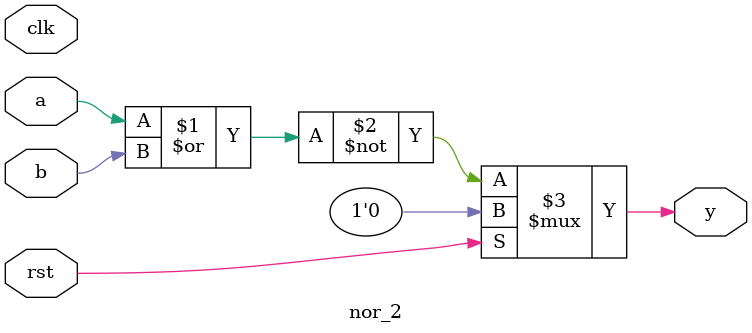
<source format=v>
`timescale 1ns/1ps
`default_nettype none

module nor_2(y, a, b, rst, clk);
    parameter delay = 9;
    parameter iv = 1'b0;
    input wire a, b, rst, clk;

`ifdef TARGET_FPGA
    output reg y = iv;
    reg next_val = iv;
    reg prev_val = iv;
    wire result;
    
    assign result = ~(a|b);

    always @(posedge clk)
    begin
        prev_val = y;
        y = next_val;
    end

    always @(negedge clk)
    begin
        next_val = ((result == prev_val) && (y == iv)) ? iv : result;
    end
`else
    output wire y;
    assign #delay y = (rst) ? iv : ~(a|b);
`endif
endmodule

</source>
